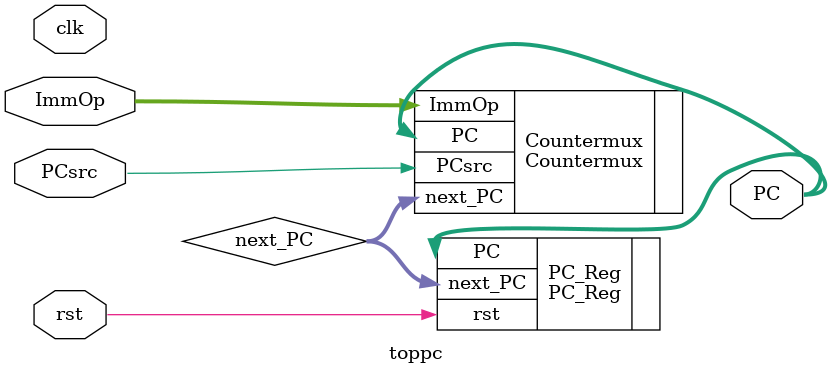
<source format=sv>
module toppc (          
  input logic  [31:0]      ImmOp,
  input logic              rst,   
  input logic              PCsrc,
  input logic              clk,
  output logic  [31:0]     PC
);

  logic  [31:0]        next_PC;    

Countermux Countermux ( 
  .PC (PC),
  .ImmOp (ImmOp),
  .next_PC (next_PC),
  .PCsrc (PCsrc)
);

PC_Reg  PC_Reg( 
  .rst (rst),
  .next_PC (next_PC),
  .PC (PC)
);

endmodule

</source>
